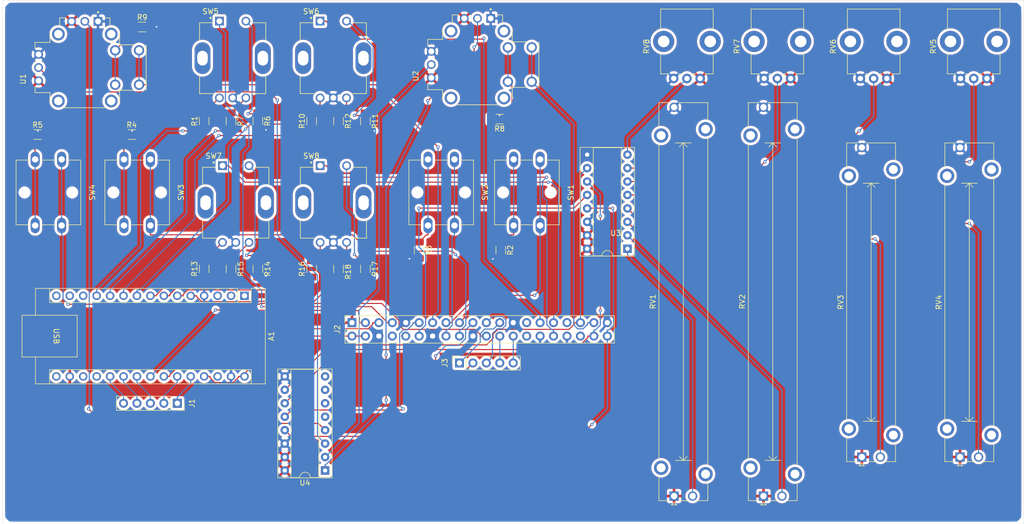
<source format=kicad_pcb>
(kicad_pcb (version 20240108) (generator "pcbnew") (generator_version "8.0")
  (layers (0 "F.Cu" signal) (31 "B.Cu" signal) (34 "B.Paste" user) (35 "F.Paste" user) (36 "B.SilkS" user "B.Silkscreen") (37 "F.SilkS" user "F.Silkscreen") (38 "B.Mask" user) (39 "F.Mask" user) (44 "Edge.Cuts" user))
  (net 0 "")
  (net 2 "Net-(A1-A4)")
  (net 3 "Net-(A1-D6)")
  (net 5 "Net-(A1-A3)")
  (net 6 "Net-(A1-A7)")
  (net 9 "Net-(A1-D2)")
  (net 10 "GND")
  (net 12 "Net-(A1-A5)")
  (net 14 "Net-(A1-D8)")
  (net 15 "Net-(A1-D3)")
  (net 16 "Net-(A1-A2)")
  (net 17 "Net-(A1-D5)")
  (net 18 "Net-(A1-A6)")
  (net 19 "Net-(A1-D7)")
  (net 20 "5V")
  (net 21 "Net-(A1-D4)")
  (net 22 "Net-(A1-D9)")
  (net 24 "3V3")
  (net 25 "Net-(A1-A0)")
  (net 27 "Net-(A1-A1)")
  (net 29 "RE-SW3")
  (net 31 "JOY-BTN1")
  (net 33 "SPI1-CS2")
  (net 34 "Net-(J2-~{CE0}{slash}GPIO8)")
  (net 35 "Net-(J2-SCLK0{slash}GPIO11)")
  (net 36 "BTN2")
  (net 39 "RE-SW4")
  (net 40 "Net-(J2-MISO0{slash}GPIO9)")
  (net 41 "Net-(J2-MOSI0{slash}GPIO10)")
  (net 42 "RE-SW2")
  (net 43 "BTN3")
  (net 44 "SPI1-CS0")
  (net 45 "BTN4")
  (net 46 "SPI1-MISO")
  (net 47 "BTN1")
  (net 48 "RE-SW1")
  (net 49 "SPI1-CS1")
  (net 51 "Net-(J2-~{CE1}{slash}GPIO7)")
  (net 52 "JOY-BTN2")
  (net 53 "SPI1-CLK")
  (net 54 "SPI1-MOSI")
  (net 55 "Net-(R1-Pad2)")
  (net 56 "Net-(R2-Pad1)")
  (net 57 "Net-(R3-Pad1)")
  (net 58 "Net-(R4-Pad1)")
  (net 59 "Net-(R5-Pad1)")
  (net 60 "Net-(R6-Pad1)")
  (net 61 "Net-(R7-Pad1)")
  (net 62 "Net-(R8-Pad1)")
  (net 63 "Net-(R9-Pad1)")
  (net 64 "Net-(R10-Pad2)")
  (net 65 "Net-(R11-Pad1)")
  (net 66 "Net-(R12-Pad1)")
  (net 67 "Net-(R13-Pad2)")
  (net 68 "Net-(R14-Pad1)")
  (net 69 "Net-(R15-Pad1)")
  (net 70 "Net-(R16-Pad2)")
  (net 71 "Net-(R17-Pad1)")
  (net 72 "Net-(R18-Pad1)")
  (net 73 "Net-(U3-CH0)")
  (net 74 "Net-(U3-CH1)")
  (net 75 "Net-(U3-CH2)")
  (net 76 "Net-(U3-CH3)")
  (net 77 "Net-(U3-CH4)")
  (net 78 "Net-(U3-CH5)")
  (net 79 "Net-(U3-CH6)")
  (net 80 "Net-(U3-CH7)")
  (net 81 "Net-(U4-CH2)")
  (net 82 "Net-(U4-CH3)")
  (net 83 "Net-(U4-CH1)")
  (net 84 "Net-(U4-CH0)")
  (footprint "Potentiometer_THT:Potentiometer_Bourns_PTV09A-1_Single_Vertical" (layer "F.Cu") (at 177.57 63.07 90)
    (property "Reference" "RV8")
    (property "Value" "ROTARY4")
  )
  (footprint "Resistor_SMD:R_1206_3216Metric_Pad1.30x1.75mm_HandSolder" (layer "F.Cu") (at 139.66 70.75 180)
    (property "Reference" "R8")
    (property "Value" "R10K")
  )
  (footprint "Package_DIP:CERDIP-16_W7.62mm_SideBrazed_Socket" (layer "F.Cu") (at 163.83 95.25 180)
    (property "Reference" "U3")
    (property "Value" "MCP3008")
  )
  (footprint "Resistor_SMD:R_1206_3216Metric_Pad1.30x1.75mm_HandSolder" (layer "F.Cu") (at 52.35 73.66)
    (property "Reference" "R5")
    (property "Value" "R10K")
  )
  (footprint "Potentiometer_THT:Potentiometer_Bourns_PTV09A-1_Single_Vertical" (layer "F.Cu") (at 212.86 63.07 90)
    (property "Reference" "RV6")
    (property "Value" "ROTARY2")
  )
  (footprint "Connector_PinSocket_2.54mm:PinSocket_1x05_P2.54mm_Vertical" (layer "F.Cu") (at 78.74 124.46 -90)
    (property "Reference" "J1")
    (property "Value" "Arduino Analogs")
  )
  (footprint "Resistor_SMD:R_1206_3216Metric_Pad1.30x1.75mm_HandSolder" (layer "F.Cu") (at 93.98 71.12 -90)
    (property "Reference" "R6")
    (property "Value" "R10K")
  )
  (footprint "THB001P:CNK_THB001P" (layer "F.Cu") (at 61.26 61 90)
    (property "Reference" "U1")
    (property "Value" "JOY2")
  )
  (footprint "THB001P:CNK_THB001P" (layer "F.Cu") (at 135.48 60.44 90)
    (property "Reference" "U2")
    (property "Value" "JOY1")
  )
  (footprint "Potentiometer_THT:Potentiometer_Bourns_PTV09A-1_Single_Vertical" (layer "F.Cu") (at 194.67 63.07 90)
    (property "Reference" "RV7")
    (property "Value" "ROTARY3")
  )
  (footprint "Button_Switch_THT:SW_SPST_Omron_B3F-40xx" (layer "F.Cu") (at 56.88 78.36 -90)
    (property "Reference" "SW4")
    (property "Value" "Button4")
  )
  (footprint "Resistor_SMD:R_1206_3216Metric_Pad1.30x1.75mm_HandSolder" (layer "F.Cu") (at 93.98 99.06 -90)
    (property "Reference" "R14")
    (property "Value" "R10K")
  )
  (footprint "Potentiometer_THT:Potentiometer_Bourns_PTA6043_Single_Slide" (layer "F.Cu") (at 172.64 142 90)
    (property "Reference" "RV1")
    (property "Value" "LIN1")
  )
  (footprint "Potentiometer_THT:Potentiometer_Bourns_PTA4543_Single_Slide" (layer "F.Cu") (at 226.69 134.62 90)
    (property "Reference" "RV4")
    (property "Value" "LIN4")
  )
  (footprint "Resistor_SMD:R_1206_3216Metric_Pad1.30x1.75mm_HandSolder" (layer "F.Cu") (at 114.3 99.06 -90)
    (property "Reference" "R17")
    (property "Value" "R10K")
  )
  (footprint "PEC11R-4215F-S0024:PEC11R-4215F-S0024" (layer "F.Cu") (at 89.79 86.55)
    (property "Reference" "SW7")
    (property "Value" "Rotary3")
  )
  (footprint "Potentiometer_THT:Potentiometer_Bourns_PTA6043_Single_Slide" (layer "F.Cu") (at 189.54 142 90)
    (property "Reference" "RV2")
    (property "Value" "LIN2")
  )
  (footprint "Connector_PinSocket_2.54mm:PinSocket_1x05_P2.54mm_Vertical" (layer "F.Cu") (at 132.08 116.84 90)
    (property "Reference" "J3")
    (property "Value" "SPI0")
  )
  (footprint "Resistor_SMD:R_1206_3216Metric_Pad1.30x1.75mm_HandSolder" (layer "F.Cu") (at 104.14 99.06 90)
    (property "Reference" "R16")
    (property "Value" "R10K")
  )
  (footprint "Resistor_SMD:R_1206_3216Metric_Pad1.30x1.75mm_HandSolder" (layer "F.Cu") (at 109.22 99.06 -90)
    (property "Reference" "R18")
    (property "Value" "R10K")
  )
  (footprint "Resistor_SMD:R_1206_3216Metric_Pad1.30x1.75mm_HandSolder" (layer "F.Cu") (at 104.14 71.12 90)
    (property "Reference" "R10")
    (property "Value" "R10K")
  )
  (footprint "PEC11R-4215F-S0024:PEC11R-4215F-S0024" (layer "F.Cu") (at 108.23 59.23)
    (property "Reference" "SW6")
    (property "Value" "Rotary2")
  )
  (footprint "Resistor_SMD:R_1206_3216Metric_Pad1.30x1.75mm_HandSolder" (layer "F.Cu") (at 139.88 95.53 -90)
    (property "Reference" "R2")
    (property "Value" "R10K")
  )
  (footprint "Button_Switch_THT:SW_SPST_Omron_B3F-40xx" (layer "F.Cu") (at 131.13 78.36 -90)
    (property "Reference" "SW2")
    (property "Value" "Button2")
  )
  (footprint "Button_Switch_THT:SW_SPST_Omron_B3F-40xx" (layer "F.Cu") (at 147.32 78.36 -90)
    (property "Reference" "SW1")
    (property "Value" "Button1")
  )
  (footprint "Resistor_SMD:R_1206_3216Metric_Pad1.30x1.75mm_HandSolder" (layer "F.Cu") (at 72.11 53.34)
    (property "Reference" "R9")
    (property "Value" "R10K")
  )
  (footprint "Connector_PinSocket_2.54mm:PinSocket_2x20_P2.54mm_Vertical" (layer "F.Cu") (at 111.76 109.22 90)
    (property "Reference" "J2")
    (property "Value" "PiZero2W")
  )
  (footprint "Resistor_SMD:R_1206_3216Metric_Pad1.30x1.75mm_HandSolder" (layer "F.Cu") (at 70.13 73.66)
    (property "Reference" "R4")
    (property "Value" "R10K")
  )
  (footprint "Resistor_SMD:R_1206_3216Metric_Pad1.30x1.75mm_HandSolder" (layer "F.Cu") (at 114.3 71.12 -90)
    (property "Reference" "R11")
    (property "Value" "R10K")
  )
  (footprint "Resistor_SMD:R_1206_3216Metric_Pad1.30x1.75mm_HandSolder" (layer "F.Cu") (at 83.82 71.12 90)
    (property "Reference" "R1")
    (property "Value" "R10K")
  )
  (footprint "PEC11R-4215F-S0024:PEC11R-4215F-S0024" (layer "F.Cu") (at 89.21 59.23)
    (property "Reference" "SW5")
    (property "Value" "Rotary1")
  )
  (footprint "Resistor_SMD:R_1206_3216Metric_Pad1.30x1.75mm_HandSolder" (layer "F.Cu") (at 124.46 95.53 -90)
    (property "Reference" "R3")
    (property "Value" "R10K")
  )
  (footprint "Resistor_SMD:R_1206_3216Metric_Pad1.30x1.75mm_HandSolder" (layer "F.Cu") (at 88.9 71.12 -90)
    (property "Reference" "R7")
    (property "Value" "R10K")
  )
  (footprint "Resistor_SMD:R_1206_3216Metric_Pad1.30x1.75mm_HandSolder" (layer "F.Cu") (at 88.9 99.06 -90)
    (property "Reference" "R15")
    (property "Value" "R10K")
  )
  (footprint "Resistor_SMD:R_1206_3216Metric_Pad1.30x1.75mm_HandSolder" (layer "F.Cu") (at 83.82 99.06 90)
    (property "Reference" "R13")
    (property "Value" "R10K")
  )
  (footprint "Potentiometer_THT:Potentiometer_Bourns_PTV09A-1_Single_Vertical" (layer "F.Cu") (at 231.78 63.07 90)
    (property "Reference" "RV5")
    (property "Value" "ROTARY1")
  )
  (footprint "PEC11R-4215F-S0024:PEC11R-4215F-S0024" (layer "F.Cu") (at 108.25 86.55)
    (property "Reference" "SW8")
    (property "Value" "Rotary4")
  )
  (footprint "Button_Switch_THT:SW_SPST_Omron_B3F-40xx" (layer "F.Cu") (at 73.66 78.36 -90)
    (property "Reference" "SW3")
    (property "Value" "Button3")
  )
  (footprint "Potentiometer_THT:Potentiometer_Bourns_PTA4543_Single_Slide" (layer "F.Cu") (at 208.13 134.62 90)
    (property "Reference" "RV3")
    (property "Value" "LIN3")
  )
  (footprint "Module:Arduino_Nano" (layer "F.Cu") (at 91.44 104.14 -90)
    (property "Reference" "A1")
    (property "Value" "Arduino_Nano_v3.x")
  )
  (footprint "Package_DIP:CERDIP-16_W7.62mm_SideBrazed_Socket" (layer "F.Cu") (at 106.68 137.16 180)
    (property "Reference" "U4")
    (property "Value" "MCP3008")
  )
  (footprint "Resistor_SMD:R_1206_3216Metric_Pad1.30x1.75mm_HandSolder" (layer "F.Cu") (at 109.22 71.12 -90)
    (property "Reference" "R12")
    (property "Value" "R10K")
  )
  (gr_rect (start 45.72 48.26) (end 238.76 147.32) (stroke (width 0.05)) (fill none) (layer "Edge.Cuts"))
  (segment (start 113.1483 109.22) (end 114.3 109.22) (width 0.2) (layer "F.Cu") (net 2))
  (segment (start 113.1483 108.4282) (end 113.1483 109.22) (width 0.2) (layer "F.Cu") (net 2))
  (segment (start 85.99 106.8) (end 86.94 106.84) (width 0.2) (layer "F.Cu") (net 2))
  (segment (start 86.94 106.84) (end 112.97 106.93) (width 0.2) (layer "F.Cu") (net 2))
  (segment (start 112.97 106.93) (end 113.1483 108.4282) (width 0.2) (layer "F.Cu") (net 2))
  (via (at 85.99 106.8) (size 0.6) (drill 0.3) (layers "F.Cu" "B.Cu") (net 2))
  (segment (start 83.88 109.16) (end 73.66 119.38) (width 0.2) (layer "B.Cu") (net 2))
  (segment (start 85.99 106.8) (end 83.88 109.16) (width 0.2) (layer "B.Cu") (net 2))
  (segment (start 92.605 71.6873) (end 108.2373 71.6873) (width 0.2) (layer "F.Cu") (net 3))
  (segment (start 91.6595 72.6328) (end 92.605 71.6873) (width 0.2) (layer "F.Cu") (net 3))
  (segment (start 108.2373 71.6873) (end 109.22 72.67) (width 0.2) (layer "F.Cu") (net 3))
  (via (at 91.6595 72.6328) (size 0.6) (drill 0.3) (layers "F.Cu" "B.Cu") (net 3))
  (segment (start 71.12 104.14) (end 71.12 103.0383) (width 0.2) (layer "B.Cu") (net 3))
  (segment (start 88.4167 75.8756) (end 91.6595 72.6328) (width 0.2) (layer "B.Cu") (net 3))
  (segment (start 88.4167 86.2924) (end 88.4167 75.8756) (width 0.2) (layer "B.Cu") (net 3))
  (segment (start 71.12 103.0383) (end 71.6708 103.0383) (width 0.2) (layer "B.Cu") (net 3))
  (segment (start 71.6708 103.0383) (end 88.4167 86.2924) (width 0.2) (layer "B.Cu") (net 3))
  (segment (start 71.12 119.38) (end 71.12 120.4817) (width 0.2) (layer "B.Cu") (net 5))
  (segment (start 73.66 123.0217) (end 71.12 120.4817) (width 0.2) (layer "B.Cu") (net 5))
  (segment (start 73.66 124.46) (end 73.66 123.0217) (width 0.2) (layer "B.Cu") (net 5))
  (segment (start 78.74 124.46) (end 78.74 123.3083) (width 0.2) (layer "B.Cu") (net 6))
  (segment (start 81.28 120.7683) (end 78.74 123.3083) (width 0.2) (layer "B.Cu") (net 6))
  (segment (start 81.28 119.38) (end 81.28 120.7683) (width 0.2) (layer "B.Cu") (net 6))
  (segment (start 104.6382 105.1918) (end 94.2591 105.1918) (width 0.2) (layer "F.Cu") (net 9))
  (segment (start 83.3568 105.2528) (end 82.3817 104.2777) (width 0.2) (layer "F.Cu") (net 9))
  (segment (start 94.1981 105.2528) (end 83.3568 105.2528) (width 0.2) (layer "F.Cu") (net 9))
  (segment (start 82.3817 104.2777) (end 82.3817 104.14) (width 0.2) (layer "F.Cu") (net 9))
  (segment (start 109.22 100.61) (end 104.6382 105.1918) (width 0.2) (layer "F.Cu") (net 9))
  (segment (start 94.2591 105.1918) (end 94.1981 105.2528) (width 0.2) (layer "F.Cu") (net 9))
  (segment (start 81.28 104.14) (end 82.3817 104.14) (width 0.2) (layer "F.Cu") (net 9))
  (segment (start 95.5085 72.7699) (end 94.0799 72.7699) (width 0.2) (layer "F.Cu") (net 10))
  (segment (start 138.8068 70.0532) (end 138.11 70.75) (width 0.2) (layer "F.Cu") (net 10))
  (segment (start 139.7777 97.1823) (end 139.88 97.08) (width 0.2) (layer "F.Cu") (net 10))
  (segment (start 114.5029 100.4071) (end 114.3 100.61) (width 0.2) (layer "F.Cu") (net 10))
  (segment (start 115.9798 100.4071) (end 114.5029 100.4071) (width 0.2) (layer "F.Cu") (net 10))
  (segment (start 94.0799 72.7699) (end 93.98 72.67) (width 0.2) (layer "F.Cu") (net 10))
  (segment (start 95.5085 100.4071) (end 94.1829 100.4071) (width 0.2) (layer "F.Cu") (net 10))
  (segment (start 74.8305 53.3036) (end 73.6964 53.3036) (width 0.2) (layer "F.Cu") (net 10))
  (segment (start 123.36 97.14) (end 124.46 97.08) (width 0.2) (layer "F.Cu") (net 10))
  (segment (start 139.66 70.0532) (end 138.8068 70.0532) (width 0.2) (layer "F.Cu") (net 10))
  (segment (start 115.9798 72.9727) (end 114.6027 72.9727) (width 0.2) (layer "F.Cu") (net 10))
  (segment (start 94.1829 100.4071) (end 93.98 100.61) (width 0.2) (layer "F.Cu") (net 10))
  (segment (start 73.6964 53.3036) (end 73.66 53.34) (width 0.2) (layer "F.Cu") (net 10))
  (segment (start 53.2127 72.9727) (end 53.9 73.66) (width 0.2) (layer "F.Cu") (net 10))
  (segment (start 114.6027 72.9727) (end 114.3 72.67) (width 0.2) (layer "F.Cu") (net 10))
  (segment (start 70.9927 72.9727) (end 71.68 73.66) (width 0.2) (layer "F.Cu") (net 10))
  (segment (start 122.63 97.147684) (end 123.36 97.14) (width 0.2) (layer "F.Cu") (net 10))
  (segment (start 138.3935 97.1823) (end 139.7777 97.1823) (width 0.2) (layer "F.Cu") (net 10))
  (segment (start 52.4075 72.9727) (end 53.2127 72.9727) (width 0.2) (layer "F.Cu") (net 10))
  (segment (start 70.2165 72.9727) (end 70.9927 72.9727) (width 0.2) (layer "F.Cu") (net 10))
  (via (at 95.5085 72.7699) (size 0.6) (drill 0.3) (layers "F.Cu" "B.Cu") (net 10))
  (via (at 70.2165 72.9727) (size 0.6) (drill 0.3) (layers "F.Cu" "B.Cu") (net 10))
  (via (at 74.8305 53.3036) (size 0.6) (drill 0.3) (layers "F.Cu" "B.Cu") (net 10))
  (via (at 52.4075 72.9727) (size 0.6) (drill 0.3) (layers "F.Cu" "B.Cu") (net 10))
  (via (at 115.9798 100.4071) (size 0.6) (drill 0.3) (layers "F.Cu" "B.Cu") (net 10))
  (via (at 138.3935 97.1823) (size 0.6) (drill 0.3) (layers "F.Cu" "B.Cu") (net 10))
  (via (at 139.66 70.0532) (size 0.6) (drill 0.3) (layers "F.Cu" "B.Cu") (net 10))
  (via (at 95.5085 100.4071) (size 0.6) (drill 0.3) (layers "F.Cu" "B.Cu") (net 10))
  (via (at 115.9798 72.9727) (size 0.6) (drill 0.3) (layers "F.Cu" "B.Cu") (net 10))
  (via (at 122.63 97.147684) (size 0.6) (drill 0.3) (layers "F.Cu" "B.Cu") (net 10))
  (segment (start 152.4 113.52) (end 152.4 111.76) (width 0.2) (layer "B.Cu") (net 10))
  (segment (start 147.32 111.76) (end 147.32 113.69) (width 0.2) (layer "B.Cu") (net 10))
  (segment (start 147.72 114.09) (end 151.77 114.09) (width 0.2) (layer "B.Cu") (net 10))
  (segment (start 151.8 114.12) (end 152.4 113.52) (width 0.2) (layer "B.Cu") (net 10))
  (segment (start 147.32 113.69) (end 147.72 114.09) (width 0.2) (layer "B.Cu") (net 10))
  (segment (start 151.77 114.09) (end 151.8 114.12) (width 0.2) (layer "B.Cu") (net 10))
  (segment (start 86.0817 110.3717) (end 114.8246 110.3717) (width 0.2) (layer "F.Cu") (net 12))
  (segment (start 114.8246 110.3717) (end 115.6883 109.508) (width 0.2) (layer "F.Cu") (net 12))
  (segment (start 115.6883 109.508) (end 115.6883 109.22) (width 0.2) (layer "F.Cu") (net 12))
  (segment (start 77.3017 119.1517) (end 86.0817 110.3717) (width 0.2) (layer "F.Cu") (net 12))
  (segment (start 76.2 119.38) (end 77.3017 119.38) (width 0.2) (layer "F.Cu") (net 12))
  (segment (start 77.3017 119.38) (end 77.3017 119.1517) (width 0.2) (layer "F.Cu") (net 12))
  (segment (start 116.84 109.22) (end 115.6883 109.22) (width 0.2) (layer "F.Cu") (net 12))
  (segment (start 88.5973 72.9727) (end 88.9 72.67) (width 0.2) (layer "F.Cu") (net 14))
  (segment (start 85.969 72.9727) (end 88.5973 72.9727) (width 0.2) (layer "F.Cu") (net 14))
  (via (at 85.969 72.9727) (size 0.6) (drill 0.3) (layers "F.Cu" "B.Cu") (net 14))
  (segment (start 80.5169 88.5614) (end 80.5169 78.4248) (width 0.2) (layer "B.Cu") (net 14))
  (segment (start 66.04 103.0383) (end 80.5169 88.5614) (width 0.2) (layer "B.Cu") (net 14))
  (segment (start 80.5169 78.4248) (end 85.969 72.9727) (width 0.2) (layer "B.Cu") (net 14))
  (segment (start 66.04 104.14) (end 66.04 103.0383) (width 0.2) (layer "B.Cu") (net 14))
  (segment (start 79.8417 103.9117) (end 79.8417 104.14) (width 0.2) (layer "F.Cu") (net 15))
  (segment (start 101.7117 103.0383) (end 80.7151 103.0383) (width 0.2) (layer "F.Cu") (net 15))
  (segment (start 80.7151 103.0383) (end 79.8417 103.9117) (width 0.2) (layer "F.Cu") (net 15))
  (segment (start 78.74 104.14) (end 79.8417 104.14) (width 0.2) (layer "F.Cu") (net 15))
  (segment (start 104.14 100.61) (end 101.7117 103.0383) (width 0.2) (layer "F.Cu") (net 15))
  (segment (start 68.58 120.4817) (end 71.12 123.0217) (width 0.2) (layer "B.Cu") (net 16))
  (segment (start 71.12 123.0217) (end 71.12 124.46) (width 0.2) (layer "B.Cu") (net 16))
  (segment (start 68.58 119.38) (end 68.58 120.4817) (width 0.2) (layer "B.Cu") (net 16))
  (segment (start 78.154 100.61) (end 83.82 100.61) (width 0.2) (layer "F.Cu") (net 17))
  (segment (start 74.7617 104.0023) (end 78.154 100.61) (width 0.2) (layer "F.Cu") (net 17))
  (segment (start 73.66 104.14) (end 74.7617 104.14) (width 0.2) (layer "F.Cu") (net 17))
  (segment (start 74.7617 104.14) (end 74.7617 104.0023) (width 0.2) (layer "F.Cu") (net 17))
  (segment (start 78.74 120.4817) (end 76.2 123.0217) (width 0.2) (layer "B.Cu") (net 18))
  (segment (start 78.74 119.38) (end 78.74 120.4817) (width 0.2) (layer "B.Cu") (net 18))
  (segment (start 76.2 123.0217) (end 76.2 124.46) (width 0.2) (layer "B.Cu") (net 18))
  (segment (start 86.5848 73.8526) (end 102.9574 73.8526) (width 0.2) (layer "F.Cu") (net 19))
  (segment (start 102.9574 73.8526) (end 104.14 72.67) (width 0.2) (layer "F.Cu") (net 19))
  (via (at 86.5848 73.8526) (size 0.6) (drill 0.3) (layers "F.Cu" "B.Cu") (net 19))
  (segment (start 82.0721 89.5462) (end 82.0721 78.3653) (width 0.2) (layer "B.Cu") (net 19))
  (segment (start 82.0721 78.3653) (end 86.5848 73.8526) (width 0.2) (layer "B.Cu") (net 19))
  (segment (start 68.58 103.0383) (end 82.0721 89.5462) (width 0.2) (layer "B.Cu") (net 19))
  (segment (start 68.58 104.14) (end 68.58 103.0383) (width 0.2) (layer "B.Cu") (net 19))
  (segment (start 98.5092 111.76) (end 111.76 111.76) (width 0.2) (layer "F.Cu") (net 20))
  (segment (start 85.8478 120.5344) (end 84.9217 119.6083) (width 0.2) (layer "F.Cu") (net 20))
  (segment (start 91.44 119.38) (end 90.8892 119.38) (width 0.2) (layer "F.Cu") (net 20))
  (segment (start 90.8892 119.38) (end 98.5092 111.76) (width 0.2) (layer "F.Cu") (net 20))
  (segment (start 84.9217 119.6083) (end 84.9217 119.38) (width 0.2) (layer "F.Cu") (net 20))
  (segment (start 90.3383 119.5177) (end 89.3216 120.5344) (width 0.2) (layer "F.Cu") (net 20))
  (segment (start 90.8892 119.38) (end 90.3383 119.38) (width 0.2) (layer "F.Cu") (net 20))
  (segment (start 90.3383 119.38) (end 90.3383 119.5177) (width 0.2) (layer "F.Cu") (net 20))
  (segment (start 83.82 119.38) (end 84.9217 119.38) (width 0.2) (layer "F.Cu") (net 20))
  (segment (start 89.3216 120.5344) (end 85.8478 120.5344) (width 0.2) (layer "F.Cu") (net 20))
  (segment (start 114.3 111.76) (end 111.76 111.76) (width 0.2) (layer "F.Cu") (net 20))
  (segment (start 88.9 100.61) (end 87.023 102.487) (width 0.2) (layer "F.Cu") (net 21))
  (segment (start 87.023 102.487) (end 78.7264 102.487) (width 0.2) (layer "F.Cu") (net 21))
  (segment (start 76.2 104.14) (end 77.3017 104.14) (width 0.2) (layer "F.Cu") (net 21))
  (segment (start 78.7264 102.487) (end 77.3017 103.9117) (width 0.2) (layer "F.Cu") (net 21))
  (segment (start 77.3017 103.9117) (end 77.3017 104.14) (width 0.2) (layer "F.Cu") (net 21))
  (segment (start 83.5173 72.9727) (end 83.82 72.67) (width 0.2) (layer "F.Cu") (net 22))
  (segment (start 79.8095 72.9727) (end 83.5173 72.9727) (width 0.2) (layer "F.Cu") (net 22))
  (via (at 79.8095 72.9727) (size 0.6) (drill 0.3) (layers "F.Cu" "B.Cu") (net 22))
  (segment (start 63.5 103.0383) (end 71.7954 94.7429) (width 0.2) (layer "B.Cu") (net 22))
  (segment (start 71.7954 77.9277) (end 76.7504 72.9727) (width 0.2) (layer "B.Cu") (net 22))
  (segment (start 71.7954 94.7429) (end 71.7954 77.9277) (width 0.2) (layer "B.Cu") (net 22))
  (segment (start 76.7504 72.9727) (end 79.8095 72.9727) (width 0.2) (layer "B.Cu") (net 22))
  (segment (start 63.5 104.14) (end 63.5 103.0383) (width 0.2) (layer "B.Cu") (net 22))
  (segment (start 133.46 107.84) (end 133.46 107.69) (width 0.2) (layer "F.Cu") (net 24))
  (segment (start 133.46 107.84) (end 133.46 107.81) (width 0.2) (layer "F.Cu") (net 24))
  (segment (start 132.08 109.22) (end 133.46 107.84) (width 0.2) (layer "F.Cu") (net 24))
  (segment (start 133.46 107.69) (end 133.5 107.65) (width 0.2) (layer "F.Cu") (net 24))
  (segment (start 68.58 123.0217) (end 68.58 124.46) (width 0.2) (layer "B.Cu") (net 27))
  (segment (start 66.04 120.4817) (end 68.58 123.0217) (width 0.2) (layer "B.Cu") (net 27))
  (segment (start 66.04 119.38) (end 66.04 120.4817) (width 0.2) (layer "B.Cu") (net 27))
  (segment (start 136.6815 55.4557) (end 136.5037 55.6335) (width 0.2) (layer "F.Cu") (net 29))
  (segment (start 105.73 52.23) (end 106.8567 52.23) (width 0.2) (layer "F.Cu") (net 29))
  (segment (start 136.5037 55.6335) (end 110.2602 55.6335) (width 0.2) (layer "F.Cu") (net 29))
  (segment (start 110.2602 55.6335) (end 106.8567 52.23) (width 0.2) (layer "F.Cu") (net 29))
  (via (at 136.6815 55.4557) (size 0.6) (drill 0.3) (layers "F.Cu" "B.Cu") (net 29))
  (segment (start 136.6815 97.4298) (end 136.6815 55.4557) (width 0.2) (layer "B.Cu") (net 29))
  (segment (start 147.32 108.0683) (end 136.6815 97.4298) (width 0.2) (layer "B.Cu") (net 29))
  (segment (start 147.32 109.22) (end 147.32 108.0683) (width 0.2) (layer "B.Cu") (net 29))
  (segment (start 145.73 57.19) (end 145.73 63.69) (width 0.2) (layer "B.Cu") (net 31))
  (segment (start 154.4151 110.3835) (end 155.4333 110.3835) (width 0.2) (layer "B.Cu") (net 31))
  (segment (start 145.73 63.69) (end 153.67 71.63) (width 0.2) (layer "B.Cu") (net 31))
  (segment (start 155.4333 110.3835) (end 156.3283 109.4885) (width 0.2) (layer "B.Cu") (net 31))
  (segment (start 156.3283 109.4885) (end 156.3283 109.22) (width 0.2) (layer "B.Cu") (net 31))
  (segment (start 157.48 109.22) (end 156.3283 109.22) (width 0.2) (layer "B.Cu") (net 31))
  (segment (start 153.67 109.6384) (end 154.4151 110.3835) (width 0.2) (layer "B.Cu") (net 31))
  (segment (start 153.67 71.63) (end 153.67 109.6384) (width 0.2) (layer "B.Cu") (net 31))
  (segment (start 139.7 111.76) (end 139.7 116.84) (width 0.2) (layer "B.Cu") (net 34))
  (segment (start 132.08 116.84) (end 136.01 112.91) (width 0.2) (layer "B.Cu") (net 35))
  (segment (start 136.01 112.91) (end 136.01 111.283654) (width 0.2) (layer "B.Cu") (net 35))
  (segment (start 136.01 111.283654) (end 136.863654 110.43) (width 0.2) (layer "B.Cu") (net 35))
  (segment (start 136.863654 110.43) (end 138.49 110.43) (width 0.2) (layer "B.Cu") (net 35))
  (segment (start 138.49 110.43) (end 139.7 109.22) (width 0.2) (layer "B.Cu") (net 35))
  (segment (start 129.54 110.6083) (end 129.828 110.6083) (width 0.2) (layer "B.Cu") (net 36))
  (segment (start 130.6917 93.05) (end 131.13 92.6117) (width 0.2) (layer "B.Cu") (net 36))
  (segment (start 130.6917 109.7446) (end 130.6917 93.05) (width 0.2) (layer "B.Cu") (net 36))
  (segment (start 131.13 90.86) (end 131.13 78.36) (width 0.2) (layer "B.Cu") (net 36))
  (segment (start 131.13 91.7358) (end 131.13 92.6117) (width 0.2) (layer "B.Cu") (net 36))
  (segment (start 129.54 111.76) (end 129.54 110.6083) (width 0.2) (layer "B.Cu") (net 36))
  (segment (start 131.13 91.7358) (end 131.13 90.86) (width 0.2) (layer "B.Cu") (net 36))
  (segment (start 129.828 110.6083) (end 130.6917 109.7446) (width 0.2) (layer "B.Cu") (net 36))
  (segment (start 118.2283 108.9515) (end 118.2283 109.22) (width 0.2) (layer "F.Cu") (net 39))
  (segment (start 119.38 109.22) (end 118.2283 109.22) (width 0.2) (layer "F.Cu") (net 39))
  (segment (start 115.472 106.1952) (end 118.2283 108.9515) (width 0.2) (layer "F.Cu") (net 39))
  (segment (start 94.6745 106.1952) (end 115.472 106.1952) (width 0.2) (layer "F.Cu") (net 39))
  (via (at 94.6745 106.1952) (size 0.6) (drill 0.3) (layers "F.Cu" "B.Cu") (net 39))
  (segment (start 87.8367 54.4834) (end 87.8367 67.9025) (width 0.2) (layer "B.Cu") (net 39))
  (segment (start 92.2661 72.3319) (end 92.2661 76.0133) (width 0.2) (layer "B.Cu") (net 39))
  (segment (start 86.71 53.3567) (end 87.8367 54.4834) (width 0.2) (layer "B.Cu") (net 39))
  (segment (start 87.8367 67.9025) (end 92.2661 72.3319) (width 0.2) (layer "B.Cu") (net 39))
  (segment (start 92.2661 76.0133) (end 91.1505 77.1289) (width 0.2) (layer "B.Cu") (net 39))
  (segment (start 91.1505 99.6176) (end 94.6745 103.1416) (width 0.2) (layer "B.Cu") (net 39))
  (segment (start 94.6745 103.1416) (end 94.6745 106.1952) (width 0.2) (layer "B.Cu") (net 39))
  (segment (start 86.71 52.23) (end 86.71 53.3567) (width 0.2) (layer "B.Cu") (net 39))
  (segment (start 91.1505 77.1289) (end 91.1505 99.6176) (width 0.2) (layer "B.Cu") (net 39))
  (segment (start 138.31 108.07) (end 137.16 109.22) (width 0.2) (layer "B.Cu") (net 40))
  (segment (start 140.85 108.743654) (end 140.176346 108.07) (width 0.2) (layer "B.Cu") (net 40))
  (segment (start 137.16 116.84) (end 138.31 115.69) (width 0.2) (layer "B.Cu") (net 40))
  (segment (start 138.31 115.69) (end 138.31 111.283654) (width 0.2) (layer "B.Cu") (net 40))
  (segment (start 140.176346 110.37) (end 140.85 109.696346) (width 0.2) (layer "B.Cu") (net 40))
  (segment (start 139.223654 110.37) (end 140.176346 110.37) (width 0.2) (layer "B.Cu") (net 40))
  (segment (start 140.85 109.696346) (end 140.85 108.743654) (width 0.2) (layer "B.Cu") (net 40))
  (segment (start 140.176346 108.07) (end 138.31 108.07) (width 0.2) (layer "B.Cu") (net 40))
  (segment (start 138.31 111.283654) (end 139.223654 110.37) (width 0.2) (layer "B.Cu") (net 40))
  (segment (start 127.57 115.48) (end 127.57 118.19) (width 0.2) (layer "F.Cu") (net 41))
  (segment (start 127.57 118.19) (end 128.87 119.49) (width 0.2) (layer "F.Cu") (net 41))
  (segment (start 131.97 119.49) (end 134.62 116.84) (width 0.2) (layer "F.Cu") (net 41))
  (segment (start 128.87 119.49) (end 131.97 119.49) (width 0.2) (layer "F.Cu") (net 41))
  (via (at 127.57 115.48) (size 0.6) (drill 0.3) (layers "F.Cu" "B.Cu") (net 41))
  (segment (start 129.51 113.54) (end 127.57 115.48) (width 0.2) (layer "B.Cu") (net 41))
  (segment (start 129.91 113.54) (end 129.51 113.54) (width 0.2) (layer "B.Cu") (net 41))
  (segment (start 131.926346 113.54) (end 129.91 113.54) (width 0.2) (layer "B.Cu") (net 41))
  (segment (start 134.62 109.22) (end 133.23 110.61) (width 0.2) (layer "B.Cu") (net 41))
  (segment (start 133.23 110.61) (end 133.23 112.236346) (width 0.2) (layer "B.Cu") (net 41))
  (segment (start 133.23 112.236346) (end 131.926346 113.54) (width 0.2) (layer "B.Cu") (net 41))
  (segment (start 148.8467 82.6728) (end 91.5395 82.6728) (width 0.2) (layer "F.Cu") (net 42))
  (segment (start 91.5395 82.6728) (end 88.4167 79.55) (width 0.2) (layer "F.Cu") (net 42))
  (segment (start 87.29 79.55) (end 88.4167 79.55) (width 0.2) (layer "F.Cu") (net 42))
  (via (at 148.8467 82.6728) (size 0.6) (drill 0.3) (layers "F.Cu" "B.Cu") (net 42))
  (segment (start 149.86 109.22) (end 149.86 108.0683) (width 0.2) (layer "B.Cu") (net 42))
  (segment (start 150.7964 107.1319) (end 150.7964 84.004) (width 0.2) (layer "B.Cu") (net 42))
  (segment (start 149.86 108.0683) (end 150.7964 107.1319) (width 0.2) (layer "B.Cu") (net 42))
  (segment (start 150.7964 84.004) (end 149.4652 82.6728) (width 0.2) (layer "B.Cu") (net 42))
  (segment (start 149.4652 82.6728) (end 148.8467 82.6728) (width 0.2) (layer "B.Cu") (net 42))
  (segment (start 130.703 95.7173) (end 114.9423 95.7173) (width 0.2) (layer "F.Cu") (net 43))
  (segment (start 73.66 90.86) (end 73.66 92.6117) (width 0.2) (layer "F.Cu") (net 43))
  (segment (start 114.9423 95.7173) (end 111.8367 92.6117) (width 0.2) (layer "F.Cu") (net 43))
  (segment (start 131.3144 96.3287) (end 130.703 95.7173) (width 0.2) (layer "F.Cu") (net 43))
  (segment (start 111.8367 92.6117) (end 73.66 92.6117) (width 0.2) (layer "F.Cu") (net 43))
  (via (at 131.3144 96.3287) (size 0.6) (drill 0.3) (layers "F.Cu" "B.Cu") (net 43))
  (segment (start 133.2706 98.2849) (end 131.3144 96.3287) (width 0.2) (layer "B.Cu") (net 43))
  (segment (start 132.3679 110.6083) (end 133.2706 109.7056) (width 0.2) (layer "B.Cu") (net 43))
  (segment (start 132.08 111.76) (end 132.08 110.6083) (width 0.2) (layer "B.Cu") (net 43))
  (segment (start 133.2706 109.7056) (end 133.2706 98.2849) (width 0.2) (layer "B.Cu") (net 43))
  (segment (start 132.08 110.6083) (end 132.3679 110.6083) (width 0.2) (layer "B.Cu") (net 43))
  (segment (start 73.66 90.86) (end 73.66 78.36) (width 0.2) (layer "B.Cu") (net 43))
  (segment (start 124.4045 87.5702) (end 153.7298 87.5702) (width 0.2) (layer "F.Cu") (net 44))
  (segment (start 153.7298 87.5702) (end 156.21 85.09) (width 0.2) (layer "F.Cu") (net 44))
  (via (at 124.4045 87.5702) (size 0.6) (drill 0.3) (layers "F.Cu" "B.Cu") (net 44))
  (segment (start 125.6612 96.163) (end 124.4045 94.9063) (width 0.2) (layer "B.Cu") (net 44))
  (segment (start 124.7479 110.6083) (end 125.6612 109.695) (width 0.2) (layer "B.Cu") (net 44))
  (segment (start 124.46 111.76) (end 124.46 110.6083) (width 0.2) (layer "B.Cu") (net 44))
  (segment (start 124.46 110.6083) (end 124.7479 110.6083) (width 0.2) (layer "B.Cu") (net 44))
  (segment (start 124.4045 94.9063) (end 124.4045 87.5702) (width 0.2) (layer "B.Cu") (net 44))
  (segment (start 125.6612 109.695) (end 125.6612 96.163) (width 0.2) (layer "B.Cu") (net 44))
  (segment (start 94.4254 105.5935) (end 94.2754 105.7435) (width 0.2) (layer "F.Cu") (net 45))
  (segment (start 117.3952 105.5935) (end 94.4254 105.5935) (width 0.2) (layer "F.Cu") (net 45))
  (segment (start 137.16 111.76) (end 136.0083 111.76) (width 0.2) (layer "F.Cu") (net 45))
  (segment (start 136.0083 111.76) (end 136.0083 111.4915) (width 0.2) (layer "F.Cu") (net 45))
  (segment (start 120.65 109.6692) (end 120.65 108.8483) (width 0.2) (layer "F.Cu") (net 45))
  (segment (start 120.65 108.8483) (end 117.3952 105.5935) (width 0.2) (layer "F.Cu") (net 45))
  (segment (start 135.0068 110.49) (end 121.4708 110.49) (width 0.2) (layer "F.Cu") (net 45))
  (segment (start 94.2754 105.7435) (end 58.1317 105.7435) (width 0.2) (layer "F.Cu") (net 45))
  (segment (start 121.4708 110.49) (end 120.65 109.6692) (width 0.2) (layer "F.Cu") (net 45))
  (segment (start 136.0083 111.4915) (end 135.0068 110.49) (width 0.2) (layer "F.Cu") (net 45))
  (via (at 58.1317 105.7435) (size 0.6) (drill 0.3) (layers "F.Cu" "B.Cu") (net 45))
  (segment (start 56.88 90.86) (end 56.88 78.36) (width 0.2) (layer "B.Cu") (net 45))
  (segment (start 56.88 92.6117) (end 57.15 92.8817) (width 0.2) (layer "B.Cu") (net 45))
  (segment (start 57.15 92.8817) (end 57.15 104.7618) (width 0.2) (layer "B.Cu") (net 45))
  (segment (start 57.15 104.7618) (end 58.1317 105.7435) (width 0.2) (layer "B.Cu") (net 45))
  (segment (start 56.88 90.86) (end 56.88 92.6117) (width 0.2) (layer "B.Cu") (net 45))
  (segment (start 138.43 111.3993) (end 139.3393 110.49) (width 0.2) (layer "F.Cu") (net 46))
  (segment (start 154.94 109.22) (end 153.7883 109.22) (width 0.2) (layer "F.Cu") (net 46))
  (segment (start 139.3393 110.49) (end 152.7868 110.49) (width 0.2) (layer "F.Cu") (net 46))
  (segment (start 152.7868 110.49) (end 153.7883 109.4885) (width 0.2) (layer "F.Cu") (net 46))
  (segment (start 138.43 112.1889) (end 138.43 111.3993) (width 0.2) (layer "F.Cu") (net 46))
  (segment (start 99.06 121.92) (end 107.5541 113.4259) (width 0.2) (layer "F.Cu") (net 46))
  (segment (start 107.5541 113.4259) (end 137.193 113.4259) (width 0.2) (layer "F.Cu") (net 46))
  (segment (start 153.7883 109.4885) (end 153.7883 109.22) (width 0.2) (layer "F.Cu") (net 46))
  (segment (start 137.193 113.4259) (end 138.43 112.1889) (width 0.2) (layer "F.Cu") (net 46))
  (segment (start 154.94 81.28) (end 156.21 80.01) (width 0.2) (layer "B.Cu") (net 46))
  (segment (start 154.94 109.22) (end 154.94 81.28) (width 0.2) (layer "B.Cu") (net 46))
  (segment (start 130.6917 109.22) (end 130.6917 108.9321) (width 0.2) (layer "F.Cu") (net 47))
  (segment (start 129.54 109.22) (end 130.6917 109.22) (width 0.2) (layer "F.Cu") (net 47))
  (segment (start 130.6917 108.9321) (end 135.5683 104.0555) (width 0.2) (layer "F.Cu") (net 47))
  (segment (start 135.5683 104.0555) (end 146.274 104.0555) (width 0.2) (layer "F.Cu") (net 47))
  (via (at 146.274 104.0555) (size 0.6) (drill 0.3) (layers "F.Cu" "B.Cu") (net 47))
  (segment (start 147.32 78.36) (end 147.32 90.86) (width 0.2) (layer "B.Cu") (net 47))
  (segment (start 146.274 104.0555) (end 147.32 103.0095) (width 0.2) (layer "B.Cu") (net 47))
  (segment (start 147.32 103.0095) (end 147.32 90.86) (width 0.2) (layer "B.Cu") (net 47))
  (segment (start 105.75 79.55) (end 106.8767 79.55) (width 0.2) (layer "F.Cu") (net 48))
  (segment (start 109.0579 81.7312) (end 148.5475 81.7312) (width 0.2) (layer "F.Cu") (net 48))
  (segment (start 106.8767 79.55) (end 109.0579 81.7312) (width 0.2) (layer "F.Cu") (net 48))
  (via (at 148.5475 81.7312) (size 0.6) (drill 0.3) (layers "F.Cu" "B.Cu") (net 48))
  (segment (start 148.59 109.6068) (end 149.5915 110.6083) (width 0.2) (layer "B.Cu") (net 48))
  (segment (start 148.59 86.18) (end 148.59 109.6068) (width 0.2) (layer "B.Cu") (net 48))
  (segment (start 149.5915 110.6083) (end 149.86 110.6083) (width 0.2) (layer "B.Cu") (net 48))
  (segment (start 147.795 85.385) (end 148.59 86.18) (width 0.2) (layer "B.Cu") (net 48))
  (segment (start 149.86 111.76) (end 149.86 110.6083) (width 0.2) (layer "B.Cu") (net 48))
  (segment (start 147.795 82.4837) (end 147.795 85.385) (width 0.2) (layer "B.Cu") (net 48))
  (segment (start 148.5475 81.7312) (end 147.795 82.4837) (width 0.2) (layer "B.Cu") (net 48))
  (segment (start 99.06 127) (end 100.33 125.73) (width 0.2) (layer "F.Cu") (net 49))
  (segment (start 100.33 125.73) (end 121.2252 125.73) (width 0.2) (layer "F.Cu") (net 49))
  (segment (start 121.2252 125.73) (end 121.4315 125.5237) (width 0.2) (layer "F.Cu") (net 49))
  (via (at 121.4315 125.5237) (size 0.6) (drill 0.3) (layers "F.Cu" "B.Cu") (net 49))
  (segment (start 121.4315 125.5237) (end 120.7683 124.8605) (width 0.2) (layer "B.Cu") (net 49))
  (segment (start 123.3083 109.4885) (end 123.3083 109.22) (width 0.2) (layer "B.Cu") (net 49))
  (segment (start 120.7683 111.2829) (end 121.4441 110.6071) (width 0.2) (layer "B.Cu") (net 49))
  (segment (start 120.7683 124.8605) (end 120.7683 111.2829) (width 0.2) (layer "B.Cu") (net 49))
  (segment (start 122.1897 110.6071) (end 123.3083 109.4885) (width 0.2) (layer "B.Cu") (net 49))
  (segment (start 121.4441 110.6071) (end 122.1897 110.6071) (width 0.2) (layer "B.Cu") (net 49))
  (segment (start 124.46 109.22) (end 123.3083 109.22) (width 0.2) (layer "B.Cu") (net 49))
  (segment (start 142.24 111.76) (end 142.24 116.84) (width 0.2) (layer "B.Cu") (net 51))
  (segment (start 116.2518 64.25) (end 128.0248 76.023) (width 0.2) (layer "F.Cu") (net 52))
  (segment (start 71.51 64.25) (end 116.2518 64.25) (width 0.2) (layer "F.Cu") (net 52))
  (via (at 128.0248 76.023) (size 0.6) (drill 0.3) (layers "F.Cu" "B.Cu") (net 52))
  (segment (start 127 109.22) (end 127 108.0683) (width 0.2) (layer "B.Cu") (net 52))
  (segment (start 128.0248 76.023) (end 128.0248 107.0435) (width 0.2) (layer "B.Cu") (net 52))
  (segment (start 71.51 57.75) (end 71.51 64.25) (width 0.2) (layer "B.Cu") (net 52))
  (segment (start 128.0248 107.0435) (end 127 108.0683) (width 0.2) (layer "B.Cu") (net 52))
  (segment (start 156.2698 87.5702) (end 156.21 87.63) (width 0.2) (layer "F.Cu") (net 53))
  (segment (start 100.2322 130.7122) (end 154.8385 130.7122) (width 0.2) (layer "F.Cu") (net 53))
  (segment (start 99.06 129.54) (end 100.2322 130.7122) (width 0.2) (layer "F.Cu") (net 53))
  (segment (start 154.8385 130.7122) (end 157.1075 128.4432) (width 0.2) (layer "F.Cu") (net 53))
  (segment (start 161.03 87.59) (end 156.2698 87.5702) (width 0.2) (layer "F.Cu") (net 53))
  (via (at 161.03 87.59) (size 0.6) (drill 0.3) (layers "F.Cu" "B.Cu") (net 53))
  (via (at 157.1075 128.4432) (size 0.6) (drill 0.3) (layers "F.Cu" "B.Cu") (net 53))
  (segment (start 160.02 110.6083) (end 160.02 111.76) (width 0.2) (layer "B.Cu") (net 53))
  (segment (start 161.2038 109.7124) (end 160.3079 110.6083) (width 0.2) (layer "B.Cu") (net 53))
  (segment (start 157.1075 128.4432) (end 160.02 125.5307) (width 0.2) (layer "B.Cu") (net 53))
  (segment (start 160.3079 110.6083) (end 160.02 110.6083) (width 0.2) (layer "B.Cu") (net 53))
  (segment (start 161.03 87.59) (end 161.2038 88.6143) (width 0.2) (layer "B.Cu") (net 53))
  (segment (start 161.2038 88.6143) (end 161.2038 109.7124) (width 0.2) (layer "B.Cu") (net 53))
  (segment (start 160.02 125.5307) (end 160.02 111.76) (width 0.2) (layer "B.Cu") (net 53))
  (segment (start 99.06 124.46) (end 109.2215 114.2985) (width 0.2) (layer "F.Cu") (net 54))
  (segment (start 154.0583 114.2985) (end 156.3283 112.0285) (width 0.2) (layer "F.Cu") (net 54))
  (segment (start 109.2215 114.2985) (end 154.0583 114.2985) (width 0.2) (layer "F.Cu") (net 54))
  (segment (start 157.48 111.76) (end 156.3283 111.76) (width 0.2) (layer "F.Cu") (net 54))
  (segment (start 158.7 107.12) (end 158.7 106.92) (width 0.2) (layer "F.Cu") (net 54))
  (segment (start 158.7 89.1) (end 158.7 106.92) (width 0.2) (layer "F.Cu") (net 54))
  (segment (start 156.3283 112.0285) (end 156.3283 111.76) (width 0.2) (layer "F.Cu") (net 54))
  (via (at 158.7 106.92) (size 0.6) (drill 0.3) (layers "F.Cu" "B.Cu") (net 54))
  (via (at 158.7 89.1) (size 0.6) (drill 0.3) (layers "F.Cu" "B.Cu") (net 54))
  (segment (start 158.7 109.6762) (end 157.7679 110.6083) (width 0.2) (layer "B.Cu") (net 54))
  (segment (start 158.6524 84.9924) (end 156.21 82.55) (width 0.2) (layer "B.Cu") (net 54))
  (segment (start 157.7679 110.6083) (end 157.48 110.6083) (width 0.2) (layer "B.Cu") (net 54))
  (segment (start 158.7 106.92) (end 158.7 109.6762) (width 0.2) (layer "B.Cu") (net 54))
  (segment (start 157.48 110.6083) (end 157.48 111.76) (width 0.2) (layer "B.Cu") (net 54))
  (segment (start 158.6524 84.9924) (end 158.7 85.04) (width 0.2) (layer "B.Cu") (net 54))
  (segment (start 158.7 85.04) (end 158.7 89.1) (width 0.2) (layer "B.Cu") (net 54))
  (segment (start 83.82 69.57) (end 86.66 66.73) (width 0.2) (layer "F.Cu") (net 55))
  (segment (start 86.66 66.73) (end 86.71 66.73) (width 0.2) (layer "F.Cu") (net 55))
  (segment (start 142.32 92.6117) (end 141.2483 92.6117) (width 0.2) (layer "F.Cu") (net 56))
  (segment (start 141.2483 92.6117) (end 139.88 93.98) (width 0.2) (layer "F.Cu") (net 56))
  (segment (start 142.32 90.86) (end 142.32 92.6117) (width 0.2) (layer "F.Cu") (net 56))
  (segment (start 142.32 78.36) (end 142.32 90.86) (width 0.2) (layer "B.Cu") (net 56))
  (segment (start 126.13 90.86) (end 126.13 92.6117) (width 0.2) (layer "F.Cu") (net 57))
  (segment (start 125.8283 92.6117) (end 124.46 93.98) (width 0.2) (layer "F.Cu") (net 57))
  (segment (start 126.13 92.6117) (end 125.8283 92.6117) (width 0.2) (layer "F.Cu") (net 57))
  (segment (start 126.13 90.86) (end 126.13 78.36) (width 0.2) (layer "B.Cu") (net 57))
  (segment (start 68.66 78.36) (end 68.66 76.6083) (width 0.2) (layer "F.Cu") (net 58))
  (segment (start 68.66 76.6083) (end 68.58 76.5283) (width 0.2) (layer "F.Cu") (net 58))
  (segment (start 68.58 76.5283) (end 68.58 73.66) (width 0.2) (layer "F.Cu") (net 58))
  (segment (start 68.66 90.86) (end 68.66 78.36) (width 0.2) (layer "B.Cu") (net 58))
  (segment (start 51.88 76.6083) (end 50.8 75.5283) (width 0.2) (layer "F.Cu") (net 59))
  (segment (start 50.8 75.5283) (end 50.8 73.66) (width 0.2) (layer "F.Cu") (net 59))
  (segment (start 51.88 78.36) (end 51.88 76.6083) (width 0.2) (layer "F.Cu") (net 59))
  (segment (start 51.88 90.86) (end 51.88 78.36) (width 0.2) (layer "B.Cu") (net 59))
  (segment (start 93.8117 69.7383) (end 93.98 69.57) (width 0.2) (layer "F.Cu") (net 60))
  (segment (start 92.1219 69.7383) (end 93.8117 69.7383) (width 0.2) (layer "F.Cu") (net 60))
  (via (at 92.1219 69.7383) (size 0.6) (drill 0.3) (layers "F.Cu" "B.Cu") (net 60))
  (segment (start 91.71 52.23) (end 92.8869 53.4069) (width 0.2) (layer "B.Cu") (net 60))
  (segment (start 92.8869 68.9733) (end 92.1219 69.7383) (width 0.2) (layer "B.Cu") (net 60))
  (segment (start 92.8869 53.4069) (end 92.8869 68.9733) (width 0.2) (layer "B.Cu") (net 60))
  (segment (start 91.71 66.73) (end 91.71 66.76) (width 0.2) (layer "F.Cu") (net 61))
  (segment (start 91.71 66.76) (end 88.9 69.57) (width 0.2) (layer "F.Cu") (net 61))
  (segment (start 142.0002 64.4602) (end 142.0002 69.9598) (width 0.2) (layer "F.Cu") (net 62))
  (segment (start 141.23 63.69) (end 142.0002 64.4602) (width 0.2) (layer "F.Cu") (net 62))
  (segment (start 142.0002 69.9598) (end 141.21 70.75) (width 0.2) (layer "F.Cu") (net 62))
  (segment (start 141.23 57.19) (end 141.23 63.69) (width 0.2) (layer "B.Cu") (net 62))
  (segment (start 70.56 54.2) (end 70.56 53.34) (width 0.2) (layer "F.Cu") (net 63))
  (segment (start 67.01 57.75) (end 70.56 54.2) (width 0.2) (layer "F.Cu") (net 63))
  (segment (start 67.01 57.75) (end 67.01 64.25) (width 0.2) (layer "B.Cu") (net 63))
  (segment (start 104.14 69.57) (end 105.73 67.98) (width 0.2) (layer "F.Cu") (net 64))
  (segment (start 105.73 67.98) (end 105.73 66.73) (width 0.2) (layer "F.Cu") (net 64))
  (segment (start 112.225 70.0532) (end 113.8168 70.0532) (width 0.2) (layer "F.Cu") (net 65))
  (segment (start 113.8168 70.0532) (end 114.3 69.57) (width 0.2) (layer "F.Cu") (net 65))
  (via (at 112.225 70.0532) (size 0.6) (drill 0.3) (layers "F.Cu" "B.Cu") (net 65))
  (segment (start 110.9828 52.23) (end 115.7416 56.9888) (width 0.2) (layer "B.Cu") (net 65))
  (segment (start 115.7416 66.5366) (end 112.225 70.0532) (width 0.2) (layer "B.Cu") (net 65))
  (segment (start 110.73 52.23) (end 110.9828 52.23) (width 0.2) (layer "B.Cu") (net 65))
  (segment (start 115.7416 56.9888) (end 115.7416 66.5366) (width 0.2) (layer "B.Cu") (net 65))
  (segment (start 110.73 68.06) (end 109.22 69.57) (width 0.2) (layer "F.Cu") (net 66))
  (segment (start 110.73 66.73) (end 110.73 68.06) (width 0.2) (layer "F.Cu") (net 66))
  (segment (start 83.82 97.51) (end 87.28 94.05) (width 0.2) (layer "F.Cu") (net 67))
  (segment (start 87.28 94.05) (end 87.29 94.05) (width 0.2) (layer "F.Cu") (net 67))
  (segment (start 92.9844 96.5144) (end 93.98 97.51) (width 0.2) (layer "F.Cu") (net 68))
  (segment (start 91.8422 96.5144) (end 92.9844 96.5144) (width 0.2) (layer "F.Cu") (net 68))
  (via (at 91.8422 96.5144) (size 0.6) (drill 0.3) (layers "F.Cu" "B.Cu") (net 68))
  (segment (start 93.442 94.9146) (end 91.8422 96.5144) (width 0.2) (layer "B.Cu") (net 68))
  (segment (start 93.442 80.702) (end 93.442 94.9146) (width 0.2) (layer "B.Cu") (net 68))
  (segment (start 92.29 79.55) (end 93.442 80.702) (width 0.2) (layer "B.Cu") (net 68))
  (segment (start 92.29 94.05) (end 92.29 94.12) (width 0.2) (layer "F.Cu") (net 69))
  (segment (start 92.29 94.12) (end 88.9 97.51) (width 0.2) (layer "F.Cu") (net 69))
  (segment (start 104.14 97.51) (end 105.75 95.9) (width 0.2) (layer "F.Cu") (net 70))
  (segment (start 105.75 95.9) (end 105.75 94.05) (width 0.2) (layer "F.Cu") (net 70))
  (segment (start 113.4033 97.51) (end 112.225 96.3317) (width 0.2) (layer "F.Cu") (net 71))
  (segment (start 114.3 97.51) (end 113.4033 97.51) (width 0.2) (layer "F.Cu") (net 71))
  (via (at 112.225 96.3317) (size 0.6) (drill 0.3) (layers "F.Cu" "B.Cu") (net 71))
  (segment (start 112.225 96.3317) (end 112.225 88.98) (width 0.2) (layer "B.Cu") (net 71))
  (segment (start 110.75 87.505) (end 110.75 79.55) (width 0.2) (layer "B.Cu") (net 71))
  (segment (start 112.225 88.98) (end 110.75 87.505) (width 0.2) (layer "B.Cu") (net 71))
  (segment (start 109.22 97.51) (end 110.75 95.98) (width 0.2) (layer "F.Cu") (net 72))
  (segment (start 110.75 95.98) (end 110.75 94.05) (width 0.2) (layer "F.Cu") (net 72))
  (segment (start 176.14 108.6617) (end 163.83 96.3517) (width 0.2) (layer "B.Cu") (net 73))
  (segment (start 163.83 95.25) (end 163.83 96.3517) (width 0.2) (layer "B.Cu") (net 73))
  (segment (start 176.14 142) (end 176.14 108.6617) (width 0.2) (layer "B.Cu") (net 73))
  (segment (start 193.04 121.92) (end 163.83 92.71) (width 0.2) (layer "B.Cu") (net 74))
  (segment (start 193.04 142) (end 193.04 121.92) (width 0.2) (layer "B.Cu") (net 74))
  (segment (start 210.6215 93.4092) (end 167.0692 93.4092) (width 0.2) (layer "F.Cu") (net 75))
  (segment (start 167.0692 93.4092) (end 163.83 90.17) (width 0.2) (layer "F.Cu") (net 75))
  (via (at 210.6215 93.4092) (size 0.6) (drill 0.3) (layers "F.Cu" "B.Cu") (net 75))
  (segment (start 211.63 94.4177) (end 210.6215 93.4092) (width 0.2) (layer "B.Cu") (net 75))
  (segment (start 211.63 134.62) (end 211.63 94.4177) (width 0.2) (layer "B.Cu") (net 75))
  (segment (start 166.6897 90.4897) (end 163.83 87.63) (width 0.2) (layer "F.Cu") (net 76))
  (segment (start 228.4595 90.4897) (end 166.6897 90.4897) (width 0.2) (layer "F.Cu") (net 76))
  (via (at 228.4595 90.4897) (size 0.6) (drill 0.3) (layers "F.Cu" "B.Cu") (net 76))
  (segment (start 230.19 92.2202) (end 228.4595 90.4897) (width 0.2) (layer "B.Cu") (net 76))
  (segment (start 230.19 134.62) (end 230.19 92.2202) (width 0.2) (layer "B.Cu") (net 76))
  (segment (start 216.6243 85.09) (end 222.9026 78.8117) (width 0.2) (layer "F.Cu") (net 77))
  (segment (start 222.9026 78.8117) (end 228.4595 78.8117) (width 0.2) (layer "F.Cu") (net 77))
  (segment (start 163.83 85.09) (end 216.6243 85.09) (width 0.2) (layer "F.Cu") (net 77))
  (via (at 228.4595 78.8117) (size 0.6) (drill 0.3) (layers "F.Cu" "B.Cu") (net 77))
  (segment (start 229.28 77.9912) (end 229.28 63.07) (width 0.2) (layer "B.Cu") (net 77))
  (segment (start 228.4595 78.8117) (end 229.28 77.9912) (width 0.2) (layer "B.Cu") (net 77))
  (segment (start 198.0712 82.55) (end 207.6485 72.9727) (width 0.2) (layer "F.Cu") (net 78))
  (segment (start 163.83 82.55) (end 198.0712 82.55) (width 0.2) (layer "F.Cu") (net 78))
  (via (at 207.6485 72.9727) (size 0.6) (drill 0.3) (layers "F.Cu" "B.Cu") (net 78))
  (segment (start 207.6485 72.9727) (end 210.36 70.2612) (width 0.2) (layer "B.Cu") (net 78))
  (segment (start 210.36 70.2612) (end 210.36 63.07) (width 0.2) (layer "B.Cu") (net 78))
  (segment (start 163.83 80.01) (end 188.6122 80.01) (width 0.2) (layer "F.Cu") (net 79))
  (segment (start 188.6122 80.01) (end 189.8105 78.8117) (width 0.2) (layer "F.Cu") (net 79))
  (via (at 189.8105 78.8117) (size 0.6) (drill 0.3) (layers "F.Cu" "B.Cu") (net 79))
  (segment (start 189.8105 78.8117) (end 192.17 76.4522) (width 0.2) (layer "B.Cu") (net 79))
  (segment (start 192.17 76.4522) (end 192.17 63.07) (width 0.2) (layer "B.Cu") (net 79))
  (segment (start 163.83 77.47) (end 163.83 74.31) (width 0.2) (layer "B.Cu") (net 80))
  (segment (start 163.83 74.31) (end 175.07 63.07) (width 0.2) (layer "B.Cu") (net 80))
  (segment (start 57.1333 65.6033) (end 96.1171 65.6033) (width 0.2) (layer "F.Cu") (net 81))
  (segment (start 52.53 61) (end 57.1333 65.6033) (width 0.2) (layer "F.Cu") (net 81))
  (segment (start 96.1171 65.6033) (end 97.6475 67.1337) (width 0.2) (layer "F.Cu") (net 81))
  (via (at 97.6475 67.1337) (size 0.6) (drill 0.3) (layers "F.Cu" "B.Cu") (net 81))
  (segment (start 97.6475 92.6625) (end 105.2402 100.2552) (width 0.2) (layer "B.Cu") (net 81))
  (segment (start 105.2402 100.2552) (end 105.2402 130.6402) (width 0.2) (layer "B.Cu") (net 81))
  (segment (start 97.6475 67.1337) (end 97.6475 92.6625) (width 0.2) (layer "B.Cu") (net 81))
  (segment (start 105.2402 130.6402) (end 106.68 132.08) (width 0.2) (layer "B.Cu") (net 81))
  (segment (start 61.9715 125.5237) (end 64.7178 128.27) (width 0.2) (layer "F.Cu") (net 82))
  (segment (start 105.41 128.27) (end 106.68 129.54) (width 0.2) (layer "F.Cu") (net 82))
  (segment (start 64.7178 128.27) (end 105.41 128.27) (width 0.2) (layer "F.Cu") (net 82))
  (via (at 61.9715 125.5237) (size 0.6) (drill 0.3) (layers "F.Cu" "B.Cu") (net 82))
  (segment (start 61.26 52.27) (end 62.1007 53.1107) (width 0.2) (layer "B.Cu") (net 82))
  (segment (start 62.1007 125.3945) (end 61.9715 125.5237) (width 0.2) (layer "B.Cu") (net 82))
  (segment (start 62.1007 53.1107) (end 62.1007 125.3945) (width 0.2) (layer "B.Cu") (net 82))
  (segment (start 116.8835 103.0961) (end 113.0904 106.8892) (width 0.2) (layer "B.Cu") (net 83))
  (segment (start 113.0904 128.2096) (end 106.68 134.62) (width 0.2) (layer "B.Cu") (net 83))
  (segment (start 116.8835 70.3065) (end 116.8835 103.0961) (width 0.2) (layer "B.Cu") (net 83))
  (segment (start 113.0904 106.8892) (end 113.0904 128.2096) (width 0.2) (layer "B.Cu") (net 83))
  (segment (start 126.75 60.44) (end 116.8835 70.3065) (width 0.2) (layer "B.Cu") (net 83))
  (segment (start 126.1 67.26) (end 134.84 59.3) (width 0.2) (layer "F.Cu") (net 84))
  (segment (start 134.84 59.3) (end 134.84 57.14) (width 0.2) (layer "F.Cu") (net 84))
  (segment (start 118.21 123.82) (end 118.23 123.84) (width 0.2) (layer "F.Cu") (net 84))
  (segment (start 118.21 115.31) (end 118.21 123.82) (width 0.2) (layer "F.Cu") (net 84))
  (via (at 134.84 57.14) (size 0.6) (drill 0.3) (layers "F.Cu" "B.Cu") (net 84))
  (via (at 118.21 115.31) (size 0.6) (drill 0.3) (layers "F.Cu" "B.Cu") (net 84))
  (via (at 126.1 67.26) (size 0.6) (drill 0.3) (layers "F.Cu" "B.Cu") (net 84))
  (via (at 118.23 123.84) (size 0.6) (drill 0.3) (layers "F.Cu" "B.Cu") (net 84))
  (segment (start 135.48 56.5) (end 135.48 51.71) (width 0.2) (layer "B.Cu") (net 84))
  (segment (start 134.84 57.14) (end 135.48 56.5) (width 0.2) (layer "B.Cu") (net 84))
  (segment (start 118.1949 115.2949) (end 118.21 115.31) (width 0.2) (layer "B.Cu") (net 84))
  (segment (start 106.68 136.0583) (end 106.68 137.16) (width 0.2) (layer "B.Cu") (net 84))
  (segment (start 126.1 67.26) (end 126.07 68.18) (width 0.2) (layer "B.Cu") (net 84))
  (segment (start 118.1949 84.0663) (end 118.1949 115.2949) (width 0.2) (layer "B.Cu") (net 84))
  (segment (start 126.07 68.18) (end 125.91 68.77) (width 0.2) (layer "B.Cu") (net 84))
  (segment (start 125.91 68.77) (end 118.1949 84.0663) (width 0.2) (layer "B.Cu") (net 84))
  (segment (start 106.8177 136.0583) (end 106.68 136.0583) (width 0.2) (layer "B.Cu") (net 84))
  (segment (start 118.23 123.84) (end 118.23 124.646) (width 0.2) (layer "B.Cu") (net 84))
  (segment (start 118.23 124.646) (end 106.8177 136.0583) (width 0.2) (layer "B.Cu") (net 84))
  (zone (net 24) (net_name "3V3") (layer "F.Cu") (connect_pads (clearance 0.5)) (min_thickness 0.25) (fill yes (thermal_gap 0.5) (thermal_bridge_width 0.5) (smoothing chamfer) (radius 3))
    (polygon (pts (xy 45.72 48.26) (xy 238.76 48.26) (xy 238.76 147.32) (xy 45.72 147.32)))
  )
  (zone (net 10) (net_name "GND") (layer "B.Cu") (priority 1) (connect_pads (clearance 0.5)) (min_thickness 0.25) (fill yes (thermal_gap 0.5) (thermal_bridge_width 0.5) (smoothing fillet) (radius 3))
    (polygon (pts (xy 45.72 48.26) (xy 238.76 48.26) (xy 238.76 147.32) (xy 45.72 147.32)))
  )
)
</source>
